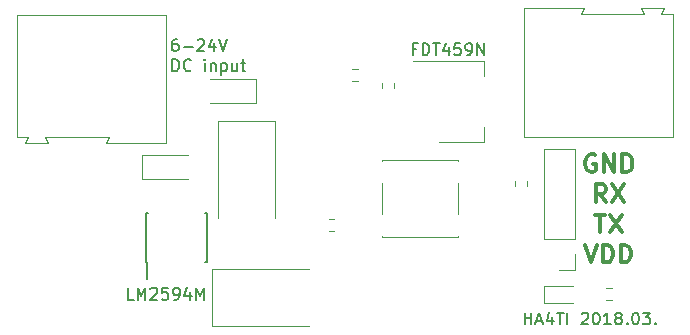
<source format=gto>
G04 #@! TF.FileFunction,Legend,Top*
%FSLAX46Y46*%
G04 Gerber Fmt 4.6, Leading zero omitted, Abs format (unit mm)*
G04 Created by KiCad (PCBNEW 4.0.7) date 03/28/18 09:41:18*
%MOMM*%
%LPD*%
G01*
G04 APERTURE LIST*
%ADD10C,0.100000*%
%ADD11C,0.200000*%
%ADD12C,0.300000*%
%ADD13C,0.120000*%
%ADD14C,0.150000*%
G04 APERTURE END LIST*
D10*
D11*
X98466667Y-97102381D02*
X98276190Y-97102381D01*
X98180952Y-97150000D01*
X98133333Y-97197619D01*
X98038095Y-97340476D01*
X97990476Y-97530952D01*
X97990476Y-97911905D01*
X98038095Y-98007143D01*
X98085714Y-98054762D01*
X98180952Y-98102381D01*
X98371429Y-98102381D01*
X98466667Y-98054762D01*
X98514286Y-98007143D01*
X98561905Y-97911905D01*
X98561905Y-97673810D01*
X98514286Y-97578571D01*
X98466667Y-97530952D01*
X98371429Y-97483333D01*
X98180952Y-97483333D01*
X98085714Y-97530952D01*
X98038095Y-97578571D01*
X97990476Y-97673810D01*
X98990476Y-97721429D02*
X99752381Y-97721429D01*
X100180952Y-97197619D02*
X100228571Y-97150000D01*
X100323809Y-97102381D01*
X100561905Y-97102381D01*
X100657143Y-97150000D01*
X100704762Y-97197619D01*
X100752381Y-97292857D01*
X100752381Y-97388095D01*
X100704762Y-97530952D01*
X100133333Y-98102381D01*
X100752381Y-98102381D01*
X101609524Y-97435714D02*
X101609524Y-98102381D01*
X101371428Y-97054762D02*
X101133333Y-97769048D01*
X101752381Y-97769048D01*
X101990476Y-97102381D02*
X102323809Y-98102381D01*
X102657143Y-97102381D01*
X98038095Y-99802381D02*
X98038095Y-98802381D01*
X98276190Y-98802381D01*
X98419048Y-98850000D01*
X98514286Y-98945238D01*
X98561905Y-99040476D01*
X98609524Y-99230952D01*
X98609524Y-99373810D01*
X98561905Y-99564286D01*
X98514286Y-99659524D01*
X98419048Y-99754762D01*
X98276190Y-99802381D01*
X98038095Y-99802381D01*
X99609524Y-99707143D02*
X99561905Y-99754762D01*
X99419048Y-99802381D01*
X99323810Y-99802381D01*
X99180952Y-99754762D01*
X99085714Y-99659524D01*
X99038095Y-99564286D01*
X98990476Y-99373810D01*
X98990476Y-99230952D01*
X99038095Y-99040476D01*
X99085714Y-98945238D01*
X99180952Y-98850000D01*
X99323810Y-98802381D01*
X99419048Y-98802381D01*
X99561905Y-98850000D01*
X99609524Y-98897619D01*
X100800000Y-99802381D02*
X100800000Y-99135714D01*
X100800000Y-98802381D02*
X100752381Y-98850000D01*
X100800000Y-98897619D01*
X100847619Y-98850000D01*
X100800000Y-98802381D01*
X100800000Y-98897619D01*
X101276190Y-99135714D02*
X101276190Y-99802381D01*
X101276190Y-99230952D02*
X101323809Y-99183333D01*
X101419047Y-99135714D01*
X101561905Y-99135714D01*
X101657143Y-99183333D01*
X101704762Y-99278571D01*
X101704762Y-99802381D01*
X102180952Y-99135714D02*
X102180952Y-100135714D01*
X102180952Y-99183333D02*
X102276190Y-99135714D01*
X102466667Y-99135714D01*
X102561905Y-99183333D01*
X102609524Y-99230952D01*
X102657143Y-99326190D01*
X102657143Y-99611905D01*
X102609524Y-99707143D01*
X102561905Y-99754762D01*
X102466667Y-99802381D01*
X102276190Y-99802381D01*
X102180952Y-99754762D01*
X103514286Y-99135714D02*
X103514286Y-99802381D01*
X103085714Y-99135714D02*
X103085714Y-99659524D01*
X103133333Y-99754762D01*
X103228571Y-99802381D01*
X103371429Y-99802381D01*
X103466667Y-99754762D01*
X103514286Y-99707143D01*
X103847619Y-99135714D02*
X104228571Y-99135714D01*
X103990476Y-98802381D02*
X103990476Y-99659524D01*
X104038095Y-99754762D01*
X104133333Y-99802381D01*
X104228571Y-99802381D01*
X118709524Y-97928571D02*
X118376190Y-97928571D01*
X118376190Y-98452381D02*
X118376190Y-97452381D01*
X118852381Y-97452381D01*
X119233333Y-98452381D02*
X119233333Y-97452381D01*
X119471428Y-97452381D01*
X119614286Y-97500000D01*
X119709524Y-97595238D01*
X119757143Y-97690476D01*
X119804762Y-97880952D01*
X119804762Y-98023810D01*
X119757143Y-98214286D01*
X119709524Y-98309524D01*
X119614286Y-98404762D01*
X119471428Y-98452381D01*
X119233333Y-98452381D01*
X120090476Y-97452381D02*
X120661905Y-97452381D01*
X120376190Y-98452381D02*
X120376190Y-97452381D01*
X121423810Y-97785714D02*
X121423810Y-98452381D01*
X121185714Y-97404762D02*
X120947619Y-98119048D01*
X121566667Y-98119048D01*
X122423810Y-97452381D02*
X121947619Y-97452381D01*
X121900000Y-97928571D01*
X121947619Y-97880952D01*
X122042857Y-97833333D01*
X122280953Y-97833333D01*
X122376191Y-97880952D01*
X122423810Y-97928571D01*
X122471429Y-98023810D01*
X122471429Y-98261905D01*
X122423810Y-98357143D01*
X122376191Y-98404762D01*
X122280953Y-98452381D01*
X122042857Y-98452381D01*
X121947619Y-98404762D01*
X121900000Y-98357143D01*
X122947619Y-98452381D02*
X123138095Y-98452381D01*
X123233334Y-98404762D01*
X123280953Y-98357143D01*
X123376191Y-98214286D01*
X123423810Y-98023810D01*
X123423810Y-97642857D01*
X123376191Y-97547619D01*
X123328572Y-97500000D01*
X123233334Y-97452381D01*
X123042857Y-97452381D01*
X122947619Y-97500000D01*
X122900000Y-97547619D01*
X122852381Y-97642857D01*
X122852381Y-97880952D01*
X122900000Y-97976190D01*
X122947619Y-98023810D01*
X123042857Y-98071429D01*
X123233334Y-98071429D01*
X123328572Y-98023810D01*
X123376191Y-97976190D01*
X123423810Y-97880952D01*
X123852381Y-98452381D02*
X123852381Y-97452381D01*
X124423810Y-98452381D01*
X124423810Y-97452381D01*
X94761905Y-119152381D02*
X94285714Y-119152381D01*
X94285714Y-118152381D01*
X95095238Y-119152381D02*
X95095238Y-118152381D01*
X95428572Y-118866667D01*
X95761905Y-118152381D01*
X95761905Y-119152381D01*
X96190476Y-118247619D02*
X96238095Y-118200000D01*
X96333333Y-118152381D01*
X96571429Y-118152381D01*
X96666667Y-118200000D01*
X96714286Y-118247619D01*
X96761905Y-118342857D01*
X96761905Y-118438095D01*
X96714286Y-118580952D01*
X96142857Y-119152381D01*
X96761905Y-119152381D01*
X97666667Y-118152381D02*
X97190476Y-118152381D01*
X97142857Y-118628571D01*
X97190476Y-118580952D01*
X97285714Y-118533333D01*
X97523810Y-118533333D01*
X97619048Y-118580952D01*
X97666667Y-118628571D01*
X97714286Y-118723810D01*
X97714286Y-118961905D01*
X97666667Y-119057143D01*
X97619048Y-119104762D01*
X97523810Y-119152381D01*
X97285714Y-119152381D01*
X97190476Y-119104762D01*
X97142857Y-119057143D01*
X98190476Y-119152381D02*
X98380952Y-119152381D01*
X98476191Y-119104762D01*
X98523810Y-119057143D01*
X98619048Y-118914286D01*
X98666667Y-118723810D01*
X98666667Y-118342857D01*
X98619048Y-118247619D01*
X98571429Y-118200000D01*
X98476191Y-118152381D01*
X98285714Y-118152381D01*
X98190476Y-118200000D01*
X98142857Y-118247619D01*
X98095238Y-118342857D01*
X98095238Y-118580952D01*
X98142857Y-118676190D01*
X98190476Y-118723810D01*
X98285714Y-118771429D01*
X98476191Y-118771429D01*
X98571429Y-118723810D01*
X98619048Y-118676190D01*
X98666667Y-118580952D01*
X99523810Y-118485714D02*
X99523810Y-119152381D01*
X99285714Y-118104762D02*
X99047619Y-118819048D01*
X99666667Y-118819048D01*
X100047619Y-119152381D02*
X100047619Y-118152381D01*
X100380953Y-118866667D01*
X100714286Y-118152381D01*
X100714286Y-119152381D01*
X127876191Y-121252381D02*
X127876191Y-120252381D01*
X127876191Y-120728571D02*
X128447620Y-120728571D01*
X128447620Y-121252381D02*
X128447620Y-120252381D01*
X128876191Y-120966667D02*
X129352382Y-120966667D01*
X128780953Y-121252381D02*
X129114286Y-120252381D01*
X129447620Y-121252381D01*
X130209525Y-120585714D02*
X130209525Y-121252381D01*
X129971429Y-120204762D02*
X129733334Y-120919048D01*
X130352382Y-120919048D01*
X130590477Y-120252381D02*
X131161906Y-120252381D01*
X130876191Y-121252381D02*
X130876191Y-120252381D01*
X131495239Y-121252381D02*
X131495239Y-120252381D01*
X132685715Y-120347619D02*
X132733334Y-120300000D01*
X132828572Y-120252381D01*
X133066668Y-120252381D01*
X133161906Y-120300000D01*
X133209525Y-120347619D01*
X133257144Y-120442857D01*
X133257144Y-120538095D01*
X133209525Y-120680952D01*
X132638096Y-121252381D01*
X133257144Y-121252381D01*
X133876191Y-120252381D02*
X133971430Y-120252381D01*
X134066668Y-120300000D01*
X134114287Y-120347619D01*
X134161906Y-120442857D01*
X134209525Y-120633333D01*
X134209525Y-120871429D01*
X134161906Y-121061905D01*
X134114287Y-121157143D01*
X134066668Y-121204762D01*
X133971430Y-121252381D01*
X133876191Y-121252381D01*
X133780953Y-121204762D01*
X133733334Y-121157143D01*
X133685715Y-121061905D01*
X133638096Y-120871429D01*
X133638096Y-120633333D01*
X133685715Y-120442857D01*
X133733334Y-120347619D01*
X133780953Y-120300000D01*
X133876191Y-120252381D01*
X135161906Y-121252381D02*
X134590477Y-121252381D01*
X134876191Y-121252381D02*
X134876191Y-120252381D01*
X134780953Y-120395238D01*
X134685715Y-120490476D01*
X134590477Y-120538095D01*
X135733334Y-120680952D02*
X135638096Y-120633333D01*
X135590477Y-120585714D01*
X135542858Y-120490476D01*
X135542858Y-120442857D01*
X135590477Y-120347619D01*
X135638096Y-120300000D01*
X135733334Y-120252381D01*
X135923811Y-120252381D01*
X136019049Y-120300000D01*
X136066668Y-120347619D01*
X136114287Y-120442857D01*
X136114287Y-120490476D01*
X136066668Y-120585714D01*
X136019049Y-120633333D01*
X135923811Y-120680952D01*
X135733334Y-120680952D01*
X135638096Y-120728571D01*
X135590477Y-120776190D01*
X135542858Y-120871429D01*
X135542858Y-121061905D01*
X135590477Y-121157143D01*
X135638096Y-121204762D01*
X135733334Y-121252381D01*
X135923811Y-121252381D01*
X136019049Y-121204762D01*
X136066668Y-121157143D01*
X136114287Y-121061905D01*
X136114287Y-120871429D01*
X136066668Y-120776190D01*
X136019049Y-120728571D01*
X135923811Y-120680952D01*
X136542858Y-121157143D02*
X136590477Y-121204762D01*
X136542858Y-121252381D01*
X136495239Y-121204762D01*
X136542858Y-121157143D01*
X136542858Y-121252381D01*
X137209524Y-120252381D02*
X137304763Y-120252381D01*
X137400001Y-120300000D01*
X137447620Y-120347619D01*
X137495239Y-120442857D01*
X137542858Y-120633333D01*
X137542858Y-120871429D01*
X137495239Y-121061905D01*
X137447620Y-121157143D01*
X137400001Y-121204762D01*
X137304763Y-121252381D01*
X137209524Y-121252381D01*
X137114286Y-121204762D01*
X137066667Y-121157143D01*
X137019048Y-121061905D01*
X136971429Y-120871429D01*
X136971429Y-120633333D01*
X137019048Y-120442857D01*
X137066667Y-120347619D01*
X137114286Y-120300000D01*
X137209524Y-120252381D01*
X137876191Y-120252381D02*
X138495239Y-120252381D01*
X138161905Y-120633333D01*
X138304763Y-120633333D01*
X138400001Y-120680952D01*
X138447620Y-120728571D01*
X138495239Y-120823810D01*
X138495239Y-121061905D01*
X138447620Y-121157143D01*
X138400001Y-121204762D01*
X138304763Y-121252381D01*
X138019048Y-121252381D01*
X137923810Y-121204762D01*
X137876191Y-121157143D01*
X138923810Y-121157143D02*
X138971429Y-121204762D01*
X138923810Y-121252381D01*
X138876191Y-121204762D01*
X138923810Y-121157143D01*
X138923810Y-121252381D01*
D12*
X133857143Y-106925000D02*
X133714286Y-106853571D01*
X133500000Y-106853571D01*
X133285715Y-106925000D01*
X133142857Y-107067857D01*
X133071429Y-107210714D01*
X133000000Y-107496429D01*
X133000000Y-107710714D01*
X133071429Y-107996429D01*
X133142857Y-108139286D01*
X133285715Y-108282143D01*
X133500000Y-108353571D01*
X133642857Y-108353571D01*
X133857143Y-108282143D01*
X133928572Y-108210714D01*
X133928572Y-107710714D01*
X133642857Y-107710714D01*
X134571429Y-108353571D02*
X134571429Y-106853571D01*
X135428572Y-108353571D01*
X135428572Y-106853571D01*
X136142858Y-108353571D02*
X136142858Y-106853571D01*
X136500001Y-106853571D01*
X136714286Y-106925000D01*
X136857144Y-107067857D01*
X136928572Y-107210714D01*
X137000001Y-107496429D01*
X137000001Y-107710714D01*
X136928572Y-107996429D01*
X136857144Y-108139286D01*
X136714286Y-108282143D01*
X136500001Y-108353571D01*
X136142858Y-108353571D01*
X134750001Y-110903571D02*
X134250001Y-110189286D01*
X133892858Y-110903571D02*
X133892858Y-109403571D01*
X134464286Y-109403571D01*
X134607144Y-109475000D01*
X134678572Y-109546429D01*
X134750001Y-109689286D01*
X134750001Y-109903571D01*
X134678572Y-110046429D01*
X134607144Y-110117857D01*
X134464286Y-110189286D01*
X133892858Y-110189286D01*
X135250001Y-109403571D02*
X136250001Y-110903571D01*
X136250001Y-109403571D02*
X135250001Y-110903571D01*
X133857143Y-111953571D02*
X134714286Y-111953571D01*
X134285715Y-113453571D02*
X134285715Y-111953571D01*
X135071429Y-111953571D02*
X136071429Y-113453571D01*
X136071429Y-111953571D02*
X135071429Y-113453571D01*
X133000000Y-114503571D02*
X133500000Y-116003571D01*
X134000000Y-114503571D01*
X134500000Y-116003571D02*
X134500000Y-114503571D01*
X134857143Y-114503571D01*
X135071428Y-114575000D01*
X135214286Y-114717857D01*
X135285714Y-114860714D01*
X135357143Y-115146429D01*
X135357143Y-115360714D01*
X135285714Y-115646429D01*
X135214286Y-115789286D01*
X135071428Y-115932143D01*
X134857143Y-116003571D01*
X134500000Y-116003571D01*
X136000000Y-116003571D02*
X136000000Y-114503571D01*
X136357143Y-114503571D01*
X136571428Y-114575000D01*
X136714286Y-114717857D01*
X136785714Y-114860714D01*
X136857143Y-115146429D01*
X136857143Y-115360714D01*
X136785714Y-115646429D01*
X136714286Y-115789286D01*
X136571428Y-115932143D01*
X136357143Y-116003571D01*
X136000000Y-116003571D01*
D13*
X106710000Y-112250000D02*
X106710000Y-104005000D01*
X106710000Y-104005000D02*
X101890000Y-104005000D01*
X101890000Y-104005000D02*
X101890000Y-112250000D01*
X109650000Y-116590000D02*
X101405000Y-116590000D01*
X101405000Y-116590000D02*
X101405000Y-121410000D01*
X101405000Y-121410000D02*
X109650000Y-121410000D01*
X132130000Y-106370000D02*
X129470000Y-106370000D01*
X132130000Y-114050000D02*
X132130000Y-106370000D01*
X129470000Y-114050000D02*
X129470000Y-106370000D01*
X132130000Y-114050000D02*
X129470000Y-114050000D01*
X132130000Y-115320000D02*
X132130000Y-116650000D01*
X132130000Y-116650000D02*
X130800000Y-116650000D01*
X97500000Y-95050000D02*
X84900000Y-95050000D01*
X84900000Y-95050000D02*
X84900000Y-105400000D01*
X84900000Y-105400000D02*
X85850000Y-105400000D01*
X85850000Y-105400000D02*
X85600000Y-105900000D01*
X85600000Y-105900000D02*
X87500000Y-105900000D01*
X87500000Y-105900000D02*
X87550000Y-105900000D01*
X87550000Y-105900000D02*
X87300000Y-105400000D01*
X87300000Y-105400000D02*
X92700000Y-105400000D01*
X92700000Y-105400000D02*
X92400000Y-105900000D01*
X92400000Y-105900000D02*
X97500000Y-105900000D01*
X97500000Y-105900000D02*
X97500000Y-95050000D01*
X127800000Y-105350000D02*
X140400000Y-105350000D01*
X140400000Y-105350000D02*
X140400000Y-95000000D01*
X140400000Y-95000000D02*
X139450000Y-95000000D01*
X139450000Y-95000000D02*
X139700000Y-94500000D01*
X139700000Y-94500000D02*
X137800000Y-94500000D01*
X137800000Y-94500000D02*
X137750000Y-94500000D01*
X137750000Y-94500000D02*
X138000000Y-95000000D01*
X138000000Y-95000000D02*
X132600000Y-95000000D01*
X132600000Y-95000000D02*
X132900000Y-94500000D01*
X132900000Y-94500000D02*
X127800000Y-94500000D01*
X127800000Y-94500000D02*
X127800000Y-105350000D01*
X124410000Y-105810000D02*
X124410000Y-104550000D01*
X124410000Y-98990000D02*
X124410000Y-100250000D01*
X120650000Y-105810000D02*
X124410000Y-105810000D01*
X118400000Y-98990000D02*
X124410000Y-98990000D01*
X122230000Y-107370000D02*
X122230000Y-107400000D01*
X122230000Y-113830000D02*
X122230000Y-113800000D01*
X115770000Y-113830000D02*
X115770000Y-113800000D01*
X115770000Y-107400000D02*
X115770000Y-107370000D01*
X122230000Y-109300000D02*
X122230000Y-111900000D01*
X115770000Y-107370000D02*
X122230000Y-107370000D01*
X115770000Y-109300000D02*
X115770000Y-111900000D01*
X115770000Y-113830000D02*
X122230000Y-113830000D01*
D14*
X95820000Y-115969999D02*
X95870000Y-115969999D01*
X95820000Y-111819999D02*
X95965000Y-111819999D01*
X100970000Y-111819999D02*
X100825000Y-111819999D01*
X100970000Y-115969999D02*
X100825000Y-115969999D01*
X95820000Y-115969999D02*
X95820000Y-111819999D01*
X100970000Y-115969999D02*
X100970000Y-111819999D01*
X95870000Y-115969999D02*
X95870000Y-117369999D01*
D13*
X95500000Y-106900000D02*
X95500000Y-108900000D01*
X95500000Y-108900000D02*
X99350000Y-108900000D01*
X95500000Y-106900000D02*
X99350000Y-106900000D01*
X132000000Y-118005000D02*
X129530000Y-118005000D01*
X129530000Y-118005000D02*
X129530000Y-119395000D01*
X129530000Y-119395000D02*
X132000000Y-119395000D01*
X134783572Y-118189999D02*
X135223572Y-118189999D01*
X134783572Y-119209999D02*
X135223572Y-119209999D01*
X127090000Y-109520000D02*
X127090000Y-109080000D01*
X128110000Y-109520000D02*
X128110000Y-109080000D01*
X111720000Y-113310000D02*
X111280000Y-113310000D01*
X111720000Y-112290000D02*
X111280000Y-112290000D01*
X113720000Y-100610000D02*
X113280000Y-100610000D01*
X113720000Y-99590000D02*
X113280000Y-99590000D01*
X116810000Y-100780000D02*
X116810000Y-101220000D01*
X115790000Y-100780000D02*
X115790000Y-101220000D01*
X105100000Y-102500000D02*
X105100000Y-100500000D01*
X105100000Y-100500000D02*
X101250000Y-100500000D01*
X105100000Y-102500000D02*
X101250000Y-102500000D01*
M02*

</source>
